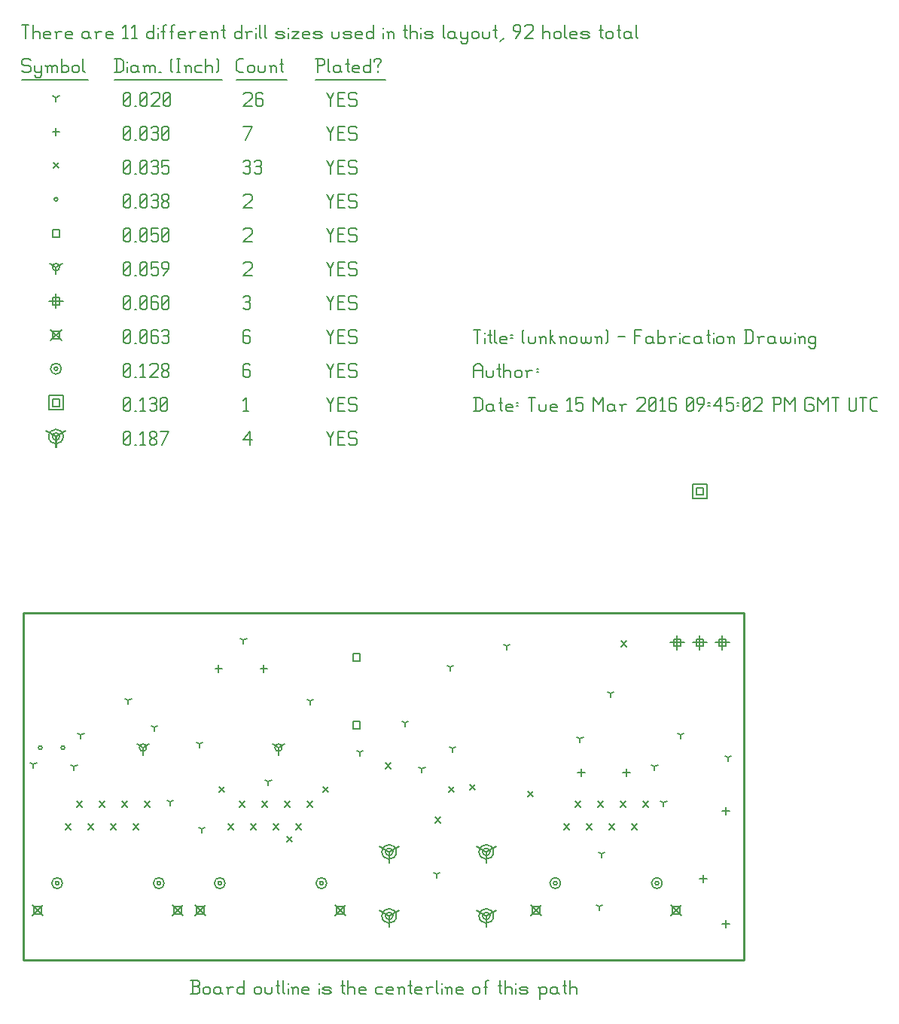
<source format=gbr>
G04 start of page 12 for group -3984 idx -3984 *
G04 Title: (unknown), fab *
G04 Creator: pcb 20140316 *
G04 CreationDate: Tue 15 Mar 2016 09:45:02 PM GMT UTC *
G04 For: commonadmin *
G04 Format: Gerber/RS-274X *
G04 PCB-Dimensions (mil): 3220.00 2260.00 *
G04 PCB-Coordinate-Origin: lower left *
%MOIN*%
%FSLAX25Y25*%
%LNFAB*%
%ADD124C,0.0100*%
%ADD123C,0.0075*%
%ADD122C,0.0060*%
%ADD121C,0.0001*%
%ADD120R,0.0080X0.0080*%
G54D120*X205500Y25000D02*Y20200D01*
G54D121*G36*
X204954Y25147D02*X209807Y27946D01*
X210206Y27253D01*
X205353Y24454D01*
X204954Y25147D01*
G37*
G36*
X205647Y24454D02*X200794Y27253D01*
X201193Y27946D01*
X206046Y25147D01*
X205647Y24454D01*
G37*
G54D120*X203900Y25000D02*G75*G03X207100Y25000I1600J0D01*G01*
G75*G03X203900Y25000I-1600J0D01*G01*
X202300D02*G75*G03X208700Y25000I3200J0D01*G01*
G75*G03X202300Y25000I-3200J0D01*G01*
X205500Y53346D02*Y48546D01*
G54D121*G36*
X204954Y53493D02*X209807Y56293D01*
X210206Y55600D01*
X205353Y52800D01*
X204954Y53493D01*
G37*
G36*
X205647Y52800D02*X200794Y55600D01*
X201193Y56293D01*
X206046Y53493D01*
X205647Y52800D01*
G37*
G54D120*X203900Y53346D02*G75*G03X207100Y53346I1600J0D01*G01*
G75*G03X203900Y53346I-1600J0D01*G01*
X202300D02*G75*G03X208700Y53346I3200J0D01*G01*
G75*G03X202300Y53346I-3200J0D01*G01*
X162500Y25000D02*Y20200D01*
G54D121*G36*
X161954Y25147D02*X166807Y27946D01*
X167206Y27253D01*
X162353Y24454D01*
X161954Y25147D01*
G37*
G36*
X162647Y24454D02*X157794Y27253D01*
X158193Y27946D01*
X163046Y25147D01*
X162647Y24454D01*
G37*
G54D120*X160900Y25000D02*G75*G03X164100Y25000I1600J0D01*G01*
G75*G03X160900Y25000I-1600J0D01*G01*
X159300D02*G75*G03X165700Y25000I3200J0D01*G01*
G75*G03X159300Y25000I-3200J0D01*G01*
X162500Y53346D02*Y48546D01*
G54D121*G36*
X161954Y53493D02*X166807Y56293D01*
X167206Y55600D01*
X162353Y52800D01*
X161954Y53493D01*
G37*
G36*
X162647Y52800D02*X157794Y55600D01*
X158193Y56293D01*
X163046Y53493D01*
X162647Y52800D01*
G37*
G54D120*X160900Y53346D02*G75*G03X164100Y53346I1600J0D01*G01*
G75*G03X160900Y53346I-1600J0D01*G01*
X159300D02*G75*G03X165700Y53346I3200J0D01*G01*
G75*G03X159300Y53346I-3200J0D01*G01*
X15000Y237250D02*Y232450D01*
G54D121*G36*
X14454Y237397D02*X19307Y240196D01*
X19706Y239503D01*
X14853Y236704D01*
X14454Y237397D01*
G37*
G36*
X15147Y236704D02*X10294Y239503D01*
X10693Y240196D01*
X15546Y237397D01*
X15147Y236704D01*
G37*
G54D120*X13400Y237250D02*G75*G03X16600Y237250I1600J0D01*G01*
G75*G03X13400Y237250I-1600J0D01*G01*
X11800D02*G75*G03X18200Y237250I3200J0D01*G01*
G75*G03X11800Y237250I-3200J0D01*G01*
G54D122*X135000Y239500D02*X136500Y236500D01*
X138000Y239500D01*
X136500Y236500D02*Y233500D01*
X139800Y236800D02*X142050D01*
X139800Y233500D02*X142800D01*
X139800Y239500D02*Y233500D01*
Y239500D02*X142800D01*
X147600D02*X148350Y238750D01*
X145350Y239500D02*X147600D01*
X144600Y238750D02*X145350Y239500D01*
X144600Y238750D02*Y237250D01*
X145350Y236500D01*
X147600D01*
X148350Y235750D01*
Y234250D01*
X147600Y233500D02*X148350Y234250D01*
X145350Y233500D02*X147600D01*
X144600Y234250D02*X145350Y233500D01*
X98000Y235750D02*X101000Y239500D01*
X98000Y235750D02*X101750D01*
X101000Y239500D02*Y233500D01*
X45000Y234250D02*X45750Y233500D01*
X45000Y238750D02*Y234250D01*
Y238750D02*X45750Y239500D01*
X47250D01*
X48000Y238750D01*
Y234250D01*
X47250Y233500D02*X48000Y234250D01*
X45750Y233500D02*X47250D01*
X45000Y235000D02*X48000Y238000D01*
X49800Y233500D02*X50550D01*
X52350Y238300D02*X53550Y239500D01*
Y233500D01*
X52350D02*X54600D01*
X56400Y234250D02*X57150Y233500D01*
X56400Y235450D02*Y234250D01*
Y235450D02*X57450Y236500D01*
X58350D01*
X59400Y235450D01*
Y234250D01*
X58650Y233500D02*X59400Y234250D01*
X57150Y233500D02*X58650D01*
X56400Y237550D02*X57450Y236500D01*
X56400Y238750D02*Y237550D01*
Y238750D02*X57150Y239500D01*
X58650D01*
X59400Y238750D01*
Y237550D01*
X58350Y236500D02*X59400Y237550D01*
X61950Y233500D02*X64950Y239500D01*
X61200D02*X64950D01*
X298400Y214600D02*X301600D01*
X298400D02*Y211400D01*
X301600D01*
Y214600D02*Y211400D01*
X296800Y216200D02*X303200D01*
X296800D02*Y209800D01*
X303200D01*
Y216200D02*Y209800D01*
X13400Y253850D02*X16600D01*
X13400D02*Y250650D01*
X16600D01*
Y253850D02*Y250650D01*
X11800Y255450D02*X18200D01*
X11800D02*Y249050D01*
X18200D01*
Y255450D02*Y249050D01*
X135000Y254500D02*X136500Y251500D01*
X138000Y254500D01*
X136500Y251500D02*Y248500D01*
X139800Y251800D02*X142050D01*
X139800Y248500D02*X142800D01*
X139800Y254500D02*Y248500D01*
Y254500D02*X142800D01*
X147600D02*X148350Y253750D01*
X145350Y254500D02*X147600D01*
X144600Y253750D02*X145350Y254500D01*
X144600Y253750D02*Y252250D01*
X145350Y251500D01*
X147600D01*
X148350Y250750D01*
Y249250D01*
X147600Y248500D02*X148350Y249250D01*
X145350Y248500D02*X147600D01*
X144600Y249250D02*X145350Y248500D01*
X98000Y253300D02*X99200Y254500D01*
Y248500D01*
X98000D02*X100250D01*
X45000Y249250D02*X45750Y248500D01*
X45000Y253750D02*Y249250D01*
Y253750D02*X45750Y254500D01*
X47250D01*
X48000Y253750D01*
Y249250D01*
X47250Y248500D02*X48000Y249250D01*
X45750Y248500D02*X47250D01*
X45000Y250000D02*X48000Y253000D01*
X49800Y248500D02*X50550D01*
X52350Y253300D02*X53550Y254500D01*
Y248500D01*
X52350D02*X54600D01*
X56400Y253750D02*X57150Y254500D01*
X58650D01*
X59400Y253750D01*
X58650Y248500D02*X59400Y249250D01*
X57150Y248500D02*X58650D01*
X56400Y249250D02*X57150Y248500D01*
Y251800D02*X58650D01*
X59400Y253750D02*Y252550D01*
Y251050D02*Y249250D01*
Y251050D02*X58650Y251800D01*
X59400Y252550D02*X58650Y251800D01*
X61200Y249250D02*X61950Y248500D01*
X61200Y253750D02*Y249250D01*
Y253750D02*X61950Y254500D01*
X63450D01*
X64200Y253750D01*
Y249250D01*
X63450Y248500D02*X64200Y249250D01*
X61950Y248500D02*X63450D01*
X61200Y250000D02*X64200Y253000D01*
X235243Y39508D02*G75*G03X236843Y39508I800J0D01*G01*
G75*G03X235243Y39508I-800J0D01*G01*
X233643D02*G75*G03X238443Y39508I2400J0D01*G01*
G75*G03X233643Y39508I-2400J0D01*G01*
X280243D02*G75*G03X281843Y39508I800J0D01*G01*
G75*G03X280243Y39508I-800J0D01*G01*
X278643D02*G75*G03X283443Y39508I2400J0D01*G01*
G75*G03X278643Y39508I-2400J0D01*G01*
X14700Y39500D02*G75*G03X16300Y39500I800J0D01*G01*
G75*G03X14700Y39500I-800J0D01*G01*
X13100D02*G75*G03X17900Y39500I2400J0D01*G01*
G75*G03X13100Y39500I-2400J0D01*G01*
X59700D02*G75*G03X61300Y39500I800J0D01*G01*
G75*G03X59700Y39500I-800J0D01*G01*
X58100D02*G75*G03X62900Y39500I2400J0D01*G01*
G75*G03X58100Y39500I-2400J0D01*G01*
X86700D02*G75*G03X88300Y39500I800J0D01*G01*
G75*G03X86700Y39500I-800J0D01*G01*
X85100D02*G75*G03X89900Y39500I2400J0D01*G01*
G75*G03X85100Y39500I-2400J0D01*G01*
X131700D02*G75*G03X133300Y39500I800J0D01*G01*
G75*G03X131700Y39500I-800J0D01*G01*
X130100D02*G75*G03X134900Y39500I2400J0D01*G01*
G75*G03X130100Y39500I-2400J0D01*G01*
X14200Y267250D02*G75*G03X15800Y267250I800J0D01*G01*
G75*G03X14200Y267250I-800J0D01*G01*
X12600D02*G75*G03X17400Y267250I2400J0D01*G01*
G75*G03X12600Y267250I-2400J0D01*G01*
X135000Y269500D02*X136500Y266500D01*
X138000Y269500D01*
X136500Y266500D02*Y263500D01*
X139800Y266800D02*X142050D01*
X139800Y263500D02*X142800D01*
X139800Y269500D02*Y263500D01*
Y269500D02*X142800D01*
X147600D02*X148350Y268750D01*
X145350Y269500D02*X147600D01*
X144600Y268750D02*X145350Y269500D01*
X144600Y268750D02*Y267250D01*
X145350Y266500D01*
X147600D01*
X148350Y265750D01*
Y264250D01*
X147600Y263500D02*X148350Y264250D01*
X145350Y263500D02*X147600D01*
X144600Y264250D02*X145350Y263500D01*
X100250Y269500D02*X101000Y268750D01*
X98750Y269500D02*X100250D01*
X98000Y268750D02*X98750Y269500D01*
X98000Y268750D02*Y264250D01*
X98750Y263500D01*
X100250Y266800D02*X101000Y266050D01*
X98000Y266800D02*X100250D01*
X98750Y263500D02*X100250D01*
X101000Y264250D01*
Y266050D02*Y264250D01*
X45000D02*X45750Y263500D01*
X45000Y268750D02*Y264250D01*
Y268750D02*X45750Y269500D01*
X47250D01*
X48000Y268750D01*
Y264250D01*
X47250Y263500D02*X48000Y264250D01*
X45750Y263500D02*X47250D01*
X45000Y265000D02*X48000Y268000D01*
X49800Y263500D02*X50550D01*
X52350Y268300D02*X53550Y269500D01*
Y263500D01*
X52350D02*X54600D01*
X56400Y268750D02*X57150Y269500D01*
X59400D01*
X60150Y268750D01*
Y267250D01*
X56400Y263500D02*X60150Y267250D01*
X56400Y263500D02*X60150D01*
X61950Y264250D02*X62700Y263500D01*
X61950Y265450D02*Y264250D01*
Y265450D02*X63000Y266500D01*
X63900D01*
X64950Y265450D01*
Y264250D01*
X64200Y263500D02*X64950Y264250D01*
X62700Y263500D02*X64200D01*
X61950Y267550D02*X63000Y266500D01*
X61950Y268750D02*Y267550D01*
Y268750D02*X62700Y269500D01*
X64200D01*
X64950Y268750D01*
Y267550D01*
X63900Y266500D02*X64950Y267550D01*
X225100Y29900D02*X229900Y25100D01*
X225100D02*X229900Y29900D01*
X225900Y29100D02*X229100D01*
X225900D02*Y25900D01*
X229100D01*
Y29100D02*Y25900D01*
X287108Y29900D02*X291908Y25100D01*
X287108D02*X291908Y29900D01*
X287908Y29100D02*X291108D01*
X287908D02*Y25900D01*
X291108D01*
Y29100D02*Y25900D01*
X4557Y29892D02*X9357Y25092D01*
X4557D02*X9357Y29892D01*
X5357Y29092D02*X8557D01*
X5357D02*Y25892D01*
X8557D01*
Y29092D02*Y25892D01*
X66565Y29892D02*X71365Y25092D01*
X66565D02*X71365Y29892D01*
X67365Y29092D02*X70565D01*
X67365D02*Y25892D01*
X70565D01*
Y29092D02*Y25892D01*
X76557Y29892D02*X81357Y25092D01*
X76557D02*X81357Y29892D01*
X77357Y29092D02*X80557D01*
X77357D02*Y25892D01*
X80557D01*
Y29092D02*Y25892D01*
X138565Y29892D02*X143365Y25092D01*
X138565D02*X143365Y29892D01*
X139365Y29092D02*X142565D01*
X139365D02*Y25892D01*
X142565D01*
Y29092D02*Y25892D01*
X12600Y284650D02*X17400Y279850D01*
X12600D02*X17400Y284650D01*
X13400Y283850D02*X16600D01*
X13400D02*Y280650D01*
X16600D01*
Y283850D02*Y280650D01*
X135000Y284500D02*X136500Y281500D01*
X138000Y284500D01*
X136500Y281500D02*Y278500D01*
X139800Y281800D02*X142050D01*
X139800Y278500D02*X142800D01*
X139800Y284500D02*Y278500D01*
Y284500D02*X142800D01*
X147600D02*X148350Y283750D01*
X145350Y284500D02*X147600D01*
X144600Y283750D02*X145350Y284500D01*
X144600Y283750D02*Y282250D01*
X145350Y281500D01*
X147600D01*
X148350Y280750D01*
Y279250D01*
X147600Y278500D02*X148350Y279250D01*
X145350Y278500D02*X147600D01*
X144600Y279250D02*X145350Y278500D01*
X100250Y284500D02*X101000Y283750D01*
X98750Y284500D02*X100250D01*
X98000Y283750D02*X98750Y284500D01*
X98000Y283750D02*Y279250D01*
X98750Y278500D01*
X100250Y281800D02*X101000Y281050D01*
X98000Y281800D02*X100250D01*
X98750Y278500D02*X100250D01*
X101000Y279250D01*
Y281050D02*Y279250D01*
X45000D02*X45750Y278500D01*
X45000Y283750D02*Y279250D01*
Y283750D02*X45750Y284500D01*
X47250D01*
X48000Y283750D01*
Y279250D01*
X47250Y278500D02*X48000Y279250D01*
X45750Y278500D02*X47250D01*
X45000Y280000D02*X48000Y283000D01*
X49800Y278500D02*X50550D01*
X52350Y279250D02*X53100Y278500D01*
X52350Y283750D02*Y279250D01*
Y283750D02*X53100Y284500D01*
X54600D01*
X55350Y283750D01*
Y279250D01*
X54600Y278500D02*X55350Y279250D01*
X53100Y278500D02*X54600D01*
X52350Y280000D02*X55350Y283000D01*
X59400Y284500D02*X60150Y283750D01*
X57900Y284500D02*X59400D01*
X57150Y283750D02*X57900Y284500D01*
X57150Y283750D02*Y279250D01*
X57900Y278500D01*
X59400Y281800D02*X60150Y281050D01*
X57150Y281800D02*X59400D01*
X57900Y278500D02*X59400D01*
X60150Y279250D01*
Y281050D02*Y279250D01*
X61950Y283750D02*X62700Y284500D01*
X64200D01*
X64950Y283750D01*
X64200Y278500D02*X64950Y279250D01*
X62700Y278500D02*X64200D01*
X61950Y279250D02*X62700Y278500D01*
Y281800D02*X64200D01*
X64950Y283750D02*Y282550D01*
Y281050D02*Y279250D01*
Y281050D02*X64200Y281800D01*
X64950Y282550D02*X64200Y281800D01*
X290000Y149200D02*Y142800D01*
X286800Y146000D02*X293200D01*
X288400Y147600D02*X291600D01*
X288400D02*Y144400D01*
X291600D01*
Y147600D02*Y144400D01*
X300000Y149200D02*Y142800D01*
X296800Y146000D02*X303200D01*
X298400Y147600D02*X301600D01*
X298400D02*Y144400D01*
X301600D01*
Y147600D02*Y144400D01*
X310000Y149200D02*Y142800D01*
X306800Y146000D02*X313200D01*
X308400Y147600D02*X311600D01*
X308400D02*Y144400D01*
X311600D01*
Y147600D02*Y144400D01*
X15000Y300450D02*Y294050D01*
X11800Y297250D02*X18200D01*
X13400Y298850D02*X16600D01*
X13400D02*Y295650D01*
X16600D01*
Y298850D02*Y295650D01*
X135000Y299500D02*X136500Y296500D01*
X138000Y299500D01*
X136500Y296500D02*Y293500D01*
X139800Y296800D02*X142050D01*
X139800Y293500D02*X142800D01*
X139800Y299500D02*Y293500D01*
Y299500D02*X142800D01*
X147600D02*X148350Y298750D01*
X145350Y299500D02*X147600D01*
X144600Y298750D02*X145350Y299500D01*
X144600Y298750D02*Y297250D01*
X145350Y296500D01*
X147600D01*
X148350Y295750D01*
Y294250D01*
X147600Y293500D02*X148350Y294250D01*
X145350Y293500D02*X147600D01*
X144600Y294250D02*X145350Y293500D01*
X98000Y298750D02*X98750Y299500D01*
X100250D01*
X101000Y298750D01*
X100250Y293500D02*X101000Y294250D01*
X98750Y293500D02*X100250D01*
X98000Y294250D02*X98750Y293500D01*
Y296800D02*X100250D01*
X101000Y298750D02*Y297550D01*
Y296050D02*Y294250D01*
Y296050D02*X100250Y296800D01*
X101000Y297550D02*X100250Y296800D01*
X45000Y294250D02*X45750Y293500D01*
X45000Y298750D02*Y294250D01*
Y298750D02*X45750Y299500D01*
X47250D01*
X48000Y298750D01*
Y294250D01*
X47250Y293500D02*X48000Y294250D01*
X45750Y293500D02*X47250D01*
X45000Y295000D02*X48000Y298000D01*
X49800Y293500D02*X50550D01*
X52350Y294250D02*X53100Y293500D01*
X52350Y298750D02*Y294250D01*
Y298750D02*X53100Y299500D01*
X54600D01*
X55350Y298750D01*
Y294250D01*
X54600Y293500D02*X55350Y294250D01*
X53100Y293500D02*X54600D01*
X52350Y295000D02*X55350Y298000D01*
X59400Y299500D02*X60150Y298750D01*
X57900Y299500D02*X59400D01*
X57150Y298750D02*X57900Y299500D01*
X57150Y298750D02*Y294250D01*
X57900Y293500D01*
X59400Y296800D02*X60150Y296050D01*
X57150Y296800D02*X59400D01*
X57900Y293500D02*X59400D01*
X60150Y294250D01*
Y296050D02*Y294250D01*
X61950D02*X62700Y293500D01*
X61950Y298750D02*Y294250D01*
Y298750D02*X62700Y299500D01*
X64200D01*
X64950Y298750D01*
Y294250D01*
X64200Y293500D02*X64950Y294250D01*
X62700Y293500D02*X64200D01*
X61950Y295000D02*X64950Y298000D01*
X53500Y99500D02*Y96300D01*
Y99500D02*X56273Y101100D01*
X53500Y99500D02*X50727Y101100D01*
X51900Y99500D02*G75*G03X55100Y99500I1600J0D01*G01*
G75*G03X51900Y99500I-1600J0D01*G01*
X113500D02*Y96300D01*
Y99500D02*X116273Y101100D01*
X113500Y99500D02*X110727Y101100D01*
X111900Y99500D02*G75*G03X115100Y99500I1600J0D01*G01*
G75*G03X111900Y99500I-1600J0D01*G01*
X15000Y312250D02*Y309050D01*
Y312250D02*X17773Y313850D01*
X15000Y312250D02*X12227Y313850D01*
X13400Y312250D02*G75*G03X16600Y312250I1600J0D01*G01*
G75*G03X13400Y312250I-1600J0D01*G01*
X135000Y314500D02*X136500Y311500D01*
X138000Y314500D01*
X136500Y311500D02*Y308500D01*
X139800Y311800D02*X142050D01*
X139800Y308500D02*X142800D01*
X139800Y314500D02*Y308500D01*
Y314500D02*X142800D01*
X147600D02*X148350Y313750D01*
X145350Y314500D02*X147600D01*
X144600Y313750D02*X145350Y314500D01*
X144600Y313750D02*Y312250D01*
X145350Y311500D01*
X147600D01*
X148350Y310750D01*
Y309250D01*
X147600Y308500D02*X148350Y309250D01*
X145350Y308500D02*X147600D01*
X144600Y309250D02*X145350Y308500D01*
X98000Y313750D02*X98750Y314500D01*
X101000D01*
X101750Y313750D01*
Y312250D01*
X98000Y308500D02*X101750Y312250D01*
X98000Y308500D02*X101750D01*
X45000Y309250D02*X45750Y308500D01*
X45000Y313750D02*Y309250D01*
Y313750D02*X45750Y314500D01*
X47250D01*
X48000Y313750D01*
Y309250D01*
X47250Y308500D02*X48000Y309250D01*
X45750Y308500D02*X47250D01*
X45000Y310000D02*X48000Y313000D01*
X49800Y308500D02*X50550D01*
X52350Y309250D02*X53100Y308500D01*
X52350Y313750D02*Y309250D01*
Y313750D02*X53100Y314500D01*
X54600D01*
X55350Y313750D01*
Y309250D01*
X54600Y308500D02*X55350Y309250D01*
X53100Y308500D02*X54600D01*
X52350Y310000D02*X55350Y313000D01*
X57150Y314500D02*X60150D01*
X57150D02*Y311500D01*
X57900Y312250D01*
X59400D01*
X60150Y311500D01*
Y309250D01*
X59400Y308500D02*X60150Y309250D01*
X57900Y308500D02*X59400D01*
X57150Y309250D02*X57900Y308500D01*
X62700D02*X64950Y311500D01*
Y313750D02*Y311500D01*
X64200Y314500D02*X64950Y313750D01*
X62700Y314500D02*X64200D01*
X61950Y313750D02*X62700Y314500D01*
X61950Y313750D02*Y312250D01*
X62700Y311500D01*
X64950D01*
X146400Y141100D02*X149600D01*
X146400D02*Y137900D01*
X149600D01*
Y141100D02*Y137900D01*
X146400Y111100D02*X149600D01*
X146400D02*Y107900D01*
X149600D01*
Y111100D02*Y107900D01*
X13400Y328850D02*X16600D01*
X13400D02*Y325650D01*
X16600D01*
Y328850D02*Y325650D01*
X135000Y329500D02*X136500Y326500D01*
X138000Y329500D01*
X136500Y326500D02*Y323500D01*
X139800Y326800D02*X142050D01*
X139800Y323500D02*X142800D01*
X139800Y329500D02*Y323500D01*
Y329500D02*X142800D01*
X147600D02*X148350Y328750D01*
X145350Y329500D02*X147600D01*
X144600Y328750D02*X145350Y329500D01*
X144600Y328750D02*Y327250D01*
X145350Y326500D01*
X147600D01*
X148350Y325750D01*
Y324250D01*
X147600Y323500D02*X148350Y324250D01*
X145350Y323500D02*X147600D01*
X144600Y324250D02*X145350Y323500D01*
X98000Y328750D02*X98750Y329500D01*
X101000D01*
X101750Y328750D01*
Y327250D01*
X98000Y323500D02*X101750Y327250D01*
X98000Y323500D02*X101750D01*
X45000Y324250D02*X45750Y323500D01*
X45000Y328750D02*Y324250D01*
Y328750D02*X45750Y329500D01*
X47250D01*
X48000Y328750D01*
Y324250D01*
X47250Y323500D02*X48000Y324250D01*
X45750Y323500D02*X47250D01*
X45000Y325000D02*X48000Y328000D01*
X49800Y323500D02*X50550D01*
X52350Y324250D02*X53100Y323500D01*
X52350Y328750D02*Y324250D01*
Y328750D02*X53100Y329500D01*
X54600D01*
X55350Y328750D01*
Y324250D01*
X54600Y323500D02*X55350Y324250D01*
X53100Y323500D02*X54600D01*
X52350Y325000D02*X55350Y328000D01*
X57150Y329500D02*X60150D01*
X57150D02*Y326500D01*
X57900Y327250D01*
X59400D01*
X60150Y326500D01*
Y324250D01*
X59400Y323500D02*X60150Y324250D01*
X57900Y323500D02*X59400D01*
X57150Y324250D02*X57900Y323500D01*
X61950Y324250D02*X62700Y323500D01*
X61950Y328750D02*Y324250D01*
Y328750D02*X62700Y329500D01*
X64200D01*
X64950Y328750D01*
Y324250D01*
X64200Y323500D02*X64950Y324250D01*
X62700Y323500D02*X64200D01*
X61950Y325000D02*X64950Y328000D01*
X17200Y99500D02*G75*G03X18800Y99500I800J0D01*G01*
G75*G03X17200Y99500I-800J0D01*G01*
X7200D02*G75*G03X8800Y99500I800J0D01*G01*
G75*G03X7200Y99500I-800J0D01*G01*
X14200Y342250D02*G75*G03X15800Y342250I800J0D01*G01*
G75*G03X14200Y342250I-800J0D01*G01*
X135000Y344500D02*X136500Y341500D01*
X138000Y344500D01*
X136500Y341500D02*Y338500D01*
X139800Y341800D02*X142050D01*
X139800Y338500D02*X142800D01*
X139800Y344500D02*Y338500D01*
Y344500D02*X142800D01*
X147600D02*X148350Y343750D01*
X145350Y344500D02*X147600D01*
X144600Y343750D02*X145350Y344500D01*
X144600Y343750D02*Y342250D01*
X145350Y341500D01*
X147600D01*
X148350Y340750D01*
Y339250D01*
X147600Y338500D02*X148350Y339250D01*
X145350Y338500D02*X147600D01*
X144600Y339250D02*X145350Y338500D01*
X98000Y343750D02*X98750Y344500D01*
X101000D01*
X101750Y343750D01*
Y342250D01*
X98000Y338500D02*X101750Y342250D01*
X98000Y338500D02*X101750D01*
X45000Y339250D02*X45750Y338500D01*
X45000Y343750D02*Y339250D01*
Y343750D02*X45750Y344500D01*
X47250D01*
X48000Y343750D01*
Y339250D01*
X47250Y338500D02*X48000Y339250D01*
X45750Y338500D02*X47250D01*
X45000Y340000D02*X48000Y343000D01*
X49800Y338500D02*X50550D01*
X52350Y339250D02*X53100Y338500D01*
X52350Y343750D02*Y339250D01*
Y343750D02*X53100Y344500D01*
X54600D01*
X55350Y343750D01*
Y339250D01*
X54600Y338500D02*X55350Y339250D01*
X53100Y338500D02*X54600D01*
X52350Y340000D02*X55350Y343000D01*
X57150Y343750D02*X57900Y344500D01*
X59400D01*
X60150Y343750D01*
X59400Y338500D02*X60150Y339250D01*
X57900Y338500D02*X59400D01*
X57150Y339250D02*X57900Y338500D01*
Y341800D02*X59400D01*
X60150Y343750D02*Y342550D01*
Y341050D02*Y339250D01*
Y341050D02*X59400Y341800D01*
X60150Y342550D02*X59400Y341800D01*
X61950Y339250D02*X62700Y338500D01*
X61950Y340450D02*Y339250D01*
Y340450D02*X63000Y341500D01*
X63900D01*
X64950Y340450D01*
Y339250D01*
X64200Y338500D02*X64950Y339250D01*
X62700Y338500D02*X64200D01*
X61950Y342550D02*X63000Y341500D01*
X61950Y343750D02*Y342550D01*
Y343750D02*X62700Y344500D01*
X64200D01*
X64950Y343750D01*
Y342550D01*
X63900Y341500D02*X64950Y342550D01*
X182800Y68700D02*X185200Y66300D01*
X182800D02*X185200Y68700D01*
X117300Y60200D02*X119700Y57800D01*
X117300D02*X119700Y60200D01*
X188800Y82200D02*X191200Y79800D01*
X188800D02*X191200Y82200D01*
X223800Y80200D02*X226200Y77800D01*
X223800D02*X226200Y80200D01*
X198300Y83200D02*X200700Y80800D01*
X198300D02*X200700Y83200D01*
X265300Y146700D02*X267700Y144300D01*
X265300D02*X267700Y146700D01*
X87300Y82200D02*X89700Y79800D01*
X87300D02*X89700Y82200D01*
X133300D02*X135700Y79800D01*
X133300D02*X135700Y82200D01*
X160800Y92700D02*X163200Y90300D01*
X160800D02*X163200Y92700D01*
X244843Y75708D02*X247243Y73308D01*
X244843D02*X247243Y75708D01*
X254843D02*X257243Y73308D01*
X254843D02*X257243Y75708D01*
X264843D02*X267243Y73308D01*
X264843D02*X267243Y75708D01*
X274843D02*X277243Y73308D01*
X274843D02*X277243Y75708D01*
X239843Y65708D02*X242243Y63308D01*
X239843D02*X242243Y65708D01*
X249843D02*X252243Y63308D01*
X249843D02*X252243Y65708D01*
X259843D02*X262243Y63308D01*
X259843D02*X262243Y65708D01*
X269843D02*X272243Y63308D01*
X269843D02*X272243Y65708D01*
X24300Y75700D02*X26700Y73300D01*
X24300D02*X26700Y75700D01*
X34300D02*X36700Y73300D01*
X34300D02*X36700Y75700D01*
X44300D02*X46700Y73300D01*
X44300D02*X46700Y75700D01*
X54300D02*X56700Y73300D01*
X54300D02*X56700Y75700D01*
X19300Y65700D02*X21700Y63300D01*
X19300D02*X21700Y65700D01*
X29300D02*X31700Y63300D01*
X29300D02*X31700Y65700D01*
X39300D02*X41700Y63300D01*
X39300D02*X41700Y65700D01*
X49300D02*X51700Y63300D01*
X49300D02*X51700Y65700D01*
X96300Y75700D02*X98700Y73300D01*
X96300D02*X98700Y75700D01*
X106300D02*X108700Y73300D01*
X106300D02*X108700Y75700D01*
X116300D02*X118700Y73300D01*
X116300D02*X118700Y75700D01*
X126300D02*X128700Y73300D01*
X126300D02*X128700Y75700D01*
X91300Y65700D02*X93700Y63300D01*
X91300D02*X93700Y65700D01*
X101300D02*X103700Y63300D01*
X101300D02*X103700Y65700D01*
X111300D02*X113700Y63300D01*
X111300D02*X113700Y65700D01*
X121300D02*X123700Y63300D01*
X121300D02*X123700Y65700D01*
X13800Y358450D02*X16200Y356050D01*
X13800D02*X16200Y358450D01*
X135000Y359500D02*X136500Y356500D01*
X138000Y359500D01*
X136500Y356500D02*Y353500D01*
X139800Y356800D02*X142050D01*
X139800Y353500D02*X142800D01*
X139800Y359500D02*Y353500D01*
Y359500D02*X142800D01*
X147600D02*X148350Y358750D01*
X145350Y359500D02*X147600D01*
X144600Y358750D02*X145350Y359500D01*
X144600Y358750D02*Y357250D01*
X145350Y356500D01*
X147600D01*
X148350Y355750D01*
Y354250D01*
X147600Y353500D02*X148350Y354250D01*
X145350Y353500D02*X147600D01*
X144600Y354250D02*X145350Y353500D01*
X98000Y358750D02*X98750Y359500D01*
X100250D01*
X101000Y358750D01*
X100250Y353500D02*X101000Y354250D01*
X98750Y353500D02*X100250D01*
X98000Y354250D02*X98750Y353500D01*
Y356800D02*X100250D01*
X101000Y358750D02*Y357550D01*
Y356050D02*Y354250D01*
Y356050D02*X100250Y356800D01*
X101000Y357550D02*X100250Y356800D01*
X102800Y358750D02*X103550Y359500D01*
X105050D01*
X105800Y358750D01*
X105050Y353500D02*X105800Y354250D01*
X103550Y353500D02*X105050D01*
X102800Y354250D02*X103550Y353500D01*
Y356800D02*X105050D01*
X105800Y358750D02*Y357550D01*
Y356050D02*Y354250D01*
Y356050D02*X105050Y356800D01*
X105800Y357550D02*X105050Y356800D01*
X45000Y354250D02*X45750Y353500D01*
X45000Y358750D02*Y354250D01*
Y358750D02*X45750Y359500D01*
X47250D01*
X48000Y358750D01*
Y354250D01*
X47250Y353500D02*X48000Y354250D01*
X45750Y353500D02*X47250D01*
X45000Y355000D02*X48000Y358000D01*
X49800Y353500D02*X50550D01*
X52350Y354250D02*X53100Y353500D01*
X52350Y358750D02*Y354250D01*
Y358750D02*X53100Y359500D01*
X54600D01*
X55350Y358750D01*
Y354250D01*
X54600Y353500D02*X55350Y354250D01*
X53100Y353500D02*X54600D01*
X52350Y355000D02*X55350Y358000D01*
X57150Y358750D02*X57900Y359500D01*
X59400D01*
X60150Y358750D01*
X59400Y353500D02*X60150Y354250D01*
X57900Y353500D02*X59400D01*
X57150Y354250D02*X57900Y353500D01*
Y356800D02*X59400D01*
X60150Y358750D02*Y357550D01*
Y356050D02*Y354250D01*
Y356050D02*X59400Y356800D01*
X60150Y357550D02*X59400Y356800D01*
X61950Y359500D02*X64950D01*
X61950D02*Y356500D01*
X62700Y357250D01*
X64200D01*
X64950Y356500D01*
Y354250D01*
X64200Y353500D02*X64950Y354250D01*
X62700Y353500D02*X64200D01*
X61950Y354250D02*X62700Y353500D01*
X247500Y90100D02*Y86900D01*
X245900Y88500D02*X249100D01*
X267500Y90100D02*Y86900D01*
X265900Y88500D02*X269100D01*
X311500Y73100D02*Y69900D01*
X309900Y71500D02*X313100D01*
X311500Y23100D02*Y19900D01*
X309900Y21500D02*X313100D01*
X301500Y43100D02*Y39900D01*
X299900Y41500D02*X303100D01*
X87000Y136100D02*Y132900D01*
X85400Y134500D02*X88600D01*
X107000Y136100D02*Y132900D01*
X105400Y134500D02*X108600D01*
X15000Y373850D02*Y370650D01*
X13400Y372250D02*X16600D01*
X135000Y374500D02*X136500Y371500D01*
X138000Y374500D01*
X136500Y371500D02*Y368500D01*
X139800Y371800D02*X142050D01*
X139800Y368500D02*X142800D01*
X139800Y374500D02*Y368500D01*
Y374500D02*X142800D01*
X147600D02*X148350Y373750D01*
X145350Y374500D02*X147600D01*
X144600Y373750D02*X145350Y374500D01*
X144600Y373750D02*Y372250D01*
X145350Y371500D01*
X147600D01*
X148350Y370750D01*
Y369250D01*
X147600Y368500D02*X148350Y369250D01*
X145350Y368500D02*X147600D01*
X144600Y369250D02*X145350Y368500D01*
X98750D02*X101750Y374500D01*
X98000D02*X101750D01*
X45000Y369250D02*X45750Y368500D01*
X45000Y373750D02*Y369250D01*
Y373750D02*X45750Y374500D01*
X47250D01*
X48000Y373750D01*
Y369250D01*
X47250Y368500D02*X48000Y369250D01*
X45750Y368500D02*X47250D01*
X45000Y370000D02*X48000Y373000D01*
X49800Y368500D02*X50550D01*
X52350Y369250D02*X53100Y368500D01*
X52350Y373750D02*Y369250D01*
Y373750D02*X53100Y374500D01*
X54600D01*
X55350Y373750D01*
Y369250D01*
X54600Y368500D02*X55350Y369250D01*
X53100Y368500D02*X54600D01*
X52350Y370000D02*X55350Y373000D01*
X57150Y373750D02*X57900Y374500D01*
X59400D01*
X60150Y373750D01*
X59400Y368500D02*X60150Y369250D01*
X57900Y368500D02*X59400D01*
X57150Y369250D02*X57900Y368500D01*
Y371800D02*X59400D01*
X60150Y373750D02*Y372550D01*
Y371050D02*Y369250D01*
Y371050D02*X59400Y371800D01*
X60150Y372550D02*X59400Y371800D01*
X61950Y369250D02*X62700Y368500D01*
X61950Y373750D02*Y369250D01*
Y373750D02*X62700Y374500D01*
X64200D01*
X64950Y373750D01*
Y369250D01*
X64200Y368500D02*X64950Y369250D01*
X62700Y368500D02*X64200D01*
X61950Y370000D02*X64950Y373000D01*
X5000Y92000D02*Y90400D01*
Y92000D02*X6387Y92800D01*
X5000Y92000D02*X3613Y92800D01*
X47000Y120500D02*Y118900D01*
Y120500D02*X48387Y121300D01*
X47000Y120500D02*X45613Y121300D01*
X26000Y105000D02*Y103400D01*
Y105000D02*X27387Y105800D01*
X26000Y105000D02*X24613Y105800D01*
X127500Y120000D02*Y118400D01*
Y120000D02*X128887Y120800D01*
X127500Y120000D02*X126113Y120800D01*
X260500Y123500D02*Y121900D01*
Y123500D02*X261887Y124300D01*
X260500Y123500D02*X259113Y124300D01*
X65500Y75500D02*Y73900D01*
Y75500D02*X66887Y76300D01*
X65500Y75500D02*X64113Y76300D01*
X79500Y63500D02*Y61900D01*
Y63500D02*X80887Y64300D01*
X79500Y63500D02*X78113Y64300D01*
X183500Y43500D02*Y41900D01*
Y43500D02*X184887Y44300D01*
X183500Y43500D02*X182113Y44300D01*
X256500Y52500D02*Y50900D01*
Y52500D02*X257887Y53300D01*
X256500Y52500D02*X255113Y53300D01*
X255500Y29000D02*Y27400D01*
Y29000D02*X256887Y29800D01*
X255500Y29000D02*X254113Y29800D01*
X280000Y91000D02*Y89400D01*
Y91000D02*X281387Y91800D01*
X280000Y91000D02*X278613Y91800D01*
X291500Y105000D02*Y103400D01*
Y105000D02*X292887Y105800D01*
X291500Y105000D02*X290113Y105800D01*
X312500Y95000D02*Y93400D01*
Y95000D02*X313887Y95800D01*
X312500Y95000D02*X311113Y95800D01*
X284000Y75000D02*Y73400D01*
Y75000D02*X285387Y75800D01*
X284000Y75000D02*X282613Y75800D01*
X23000Y91000D02*Y89400D01*
Y91000D02*X24387Y91800D01*
X23000Y91000D02*X21613Y91800D01*
X58500Y108500D02*Y106900D01*
Y108500D02*X59887Y109300D01*
X58500Y108500D02*X57113Y109300D01*
X78500Y101000D02*Y99400D01*
Y101000D02*X79887Y101800D01*
X78500Y101000D02*X77113Y101800D01*
X190500Y99028D02*Y97428D01*
Y99028D02*X191887Y99828D01*
X190500Y99028D02*X189113Y99828D01*
X109000Y84500D02*Y82900D01*
Y84500D02*X110387Y85300D01*
X109000Y84500D02*X107613Y85300D01*
X149500Y97500D02*Y95900D01*
Y97500D02*X150887Y98300D01*
X149500Y97500D02*X148113Y98300D01*
X169500Y110500D02*Y108900D01*
Y110500D02*X170887Y111300D01*
X169500Y110500D02*X168113Y111300D01*
X98000Y147000D02*Y145400D01*
Y147000D02*X99387Y147800D01*
X98000Y147000D02*X96613Y147800D01*
X189500Y135000D02*Y133400D01*
Y135000D02*X190887Y135800D01*
X189500Y135000D02*X188113Y135800D01*
X214500Y144500D02*Y142900D01*
Y144500D02*X215887Y145300D01*
X214500Y144500D02*X213113Y145300D01*
X247000Y103500D02*Y101900D01*
Y103500D02*X248387Y104300D01*
X247000Y103500D02*X245613Y104300D01*
X177000Y90000D02*Y88400D01*
Y90000D02*X178387Y90800D01*
X177000Y90000D02*X175613Y90800D01*
X15000Y387250D02*Y385650D01*
Y387250D02*X16387Y388050D01*
X15000Y387250D02*X13613Y388050D01*
X135000Y389500D02*X136500Y386500D01*
X138000Y389500D01*
X136500Y386500D02*Y383500D01*
X139800Y386800D02*X142050D01*
X139800Y383500D02*X142800D01*
X139800Y389500D02*Y383500D01*
Y389500D02*X142800D01*
X147600D02*X148350Y388750D01*
X145350Y389500D02*X147600D01*
X144600Y388750D02*X145350Y389500D01*
X144600Y388750D02*Y387250D01*
X145350Y386500D01*
X147600D01*
X148350Y385750D01*
Y384250D01*
X147600Y383500D02*X148350Y384250D01*
X145350Y383500D02*X147600D01*
X144600Y384250D02*X145350Y383500D01*
X98000Y388750D02*X98750Y389500D01*
X101000D01*
X101750Y388750D01*
Y387250D01*
X98000Y383500D02*X101750Y387250D01*
X98000Y383500D02*X101750D01*
X105800Y389500D02*X106550Y388750D01*
X104300Y389500D02*X105800D01*
X103550Y388750D02*X104300Y389500D01*
X103550Y388750D02*Y384250D01*
X104300Y383500D01*
X105800Y386800D02*X106550Y386050D01*
X103550Y386800D02*X105800D01*
X104300Y383500D02*X105800D01*
X106550Y384250D01*
Y386050D02*Y384250D01*
X45000D02*X45750Y383500D01*
X45000Y388750D02*Y384250D01*
Y388750D02*X45750Y389500D01*
X47250D01*
X48000Y388750D01*
Y384250D01*
X47250Y383500D02*X48000Y384250D01*
X45750Y383500D02*X47250D01*
X45000Y385000D02*X48000Y388000D01*
X49800Y383500D02*X50550D01*
X52350Y384250D02*X53100Y383500D01*
X52350Y388750D02*Y384250D01*
Y388750D02*X53100Y389500D01*
X54600D01*
X55350Y388750D01*
Y384250D01*
X54600Y383500D02*X55350Y384250D01*
X53100Y383500D02*X54600D01*
X52350Y385000D02*X55350Y388000D01*
X57150Y388750D02*X57900Y389500D01*
X60150D01*
X60900Y388750D01*
Y387250D01*
X57150Y383500D02*X60900Y387250D01*
X57150Y383500D02*X60900D01*
X62700Y384250D02*X63450Y383500D01*
X62700Y388750D02*Y384250D01*
Y388750D02*X63450Y389500D01*
X64950D01*
X65700Y388750D01*
Y384250D01*
X64950Y383500D02*X65700Y384250D01*
X63450Y383500D02*X64950D01*
X62700Y385000D02*X65700Y388000D01*
X3000Y404500D02*X3750Y403750D01*
X750Y404500D02*X3000D01*
X0Y403750D02*X750Y404500D01*
X0Y403750D02*Y402250D01*
X750Y401500D01*
X3000D01*
X3750Y400750D01*
Y399250D01*
X3000Y398500D02*X3750Y399250D01*
X750Y398500D02*X3000D01*
X0Y399250D02*X750Y398500D01*
X5550Y401500D02*Y399250D01*
X6300Y398500D01*
X8550Y401500D02*Y397000D01*
X7800Y396250D02*X8550Y397000D01*
X6300Y396250D02*X7800D01*
X5550Y397000D02*X6300Y396250D01*
Y398500D02*X7800D01*
X8550Y399250D01*
X11100Y400750D02*Y398500D01*
Y400750D02*X11850Y401500D01*
X12600D01*
X13350Y400750D01*
Y398500D01*
Y400750D02*X14100Y401500D01*
X14850D01*
X15600Y400750D01*
Y398500D01*
X10350Y401500D02*X11100Y400750D01*
X17400Y404500D02*Y398500D01*
Y399250D02*X18150Y398500D01*
X19650D01*
X20400Y399250D01*
Y400750D02*Y399250D01*
X19650Y401500D02*X20400Y400750D01*
X18150Y401500D02*X19650D01*
X17400Y400750D02*X18150Y401500D01*
X22200Y400750D02*Y399250D01*
Y400750D02*X22950Y401500D01*
X24450D01*
X25200Y400750D01*
Y399250D01*
X24450Y398500D02*X25200Y399250D01*
X22950Y398500D02*X24450D01*
X22200Y399250D02*X22950Y398500D01*
X27000Y404500D02*Y399250D01*
X27750Y398500D01*
X0Y395250D02*X29250D01*
X41750Y404500D02*Y398500D01*
X43700Y404500D02*X44750Y403450D01*
Y399550D01*
X43700Y398500D02*X44750Y399550D01*
X41000Y398500D02*X43700D01*
X41000Y404500D02*X43700D01*
G54D123*X46550Y403000D02*Y402850D01*
G54D122*Y400750D02*Y398500D01*
X50300Y401500D02*X51050Y400750D01*
X48800Y401500D02*X50300D01*
X48050Y400750D02*X48800Y401500D01*
X48050Y400750D02*Y399250D01*
X48800Y398500D01*
X51050Y401500D02*Y399250D01*
X51800Y398500D01*
X48800D02*X50300D01*
X51050Y399250D01*
X54350Y400750D02*Y398500D01*
Y400750D02*X55100Y401500D01*
X55850D01*
X56600Y400750D01*
Y398500D01*
Y400750D02*X57350Y401500D01*
X58100D01*
X58850Y400750D01*
Y398500D01*
X53600Y401500D02*X54350Y400750D01*
X60650Y398500D02*X61400D01*
X65900Y399250D02*X66650Y398500D01*
X65900Y403750D02*X66650Y404500D01*
X65900Y403750D02*Y399250D01*
X68450Y404500D02*X69950D01*
X69200D02*Y398500D01*
X68450D02*X69950D01*
X72500Y400750D02*Y398500D01*
Y400750D02*X73250Y401500D01*
X74000D01*
X74750Y400750D01*
Y398500D01*
X71750Y401500D02*X72500Y400750D01*
X77300Y401500D02*X79550D01*
X76550Y400750D02*X77300Y401500D01*
X76550Y400750D02*Y399250D01*
X77300Y398500D01*
X79550D01*
X81350Y404500D02*Y398500D01*
Y400750D02*X82100Y401500D01*
X83600D01*
X84350Y400750D01*
Y398500D01*
X86150Y404500D02*X86900Y403750D01*
Y399250D01*
X86150Y398500D02*X86900Y399250D01*
X41000Y395250D02*X88700D01*
X96050Y398500D02*X98000D01*
X95000Y399550D02*X96050Y398500D01*
X95000Y403450D02*Y399550D01*
Y403450D02*X96050Y404500D01*
X98000D01*
X99800Y400750D02*Y399250D01*
Y400750D02*X100550Y401500D01*
X102050D01*
X102800Y400750D01*
Y399250D01*
X102050Y398500D02*X102800Y399250D01*
X100550Y398500D02*X102050D01*
X99800Y399250D02*X100550Y398500D01*
X104600Y401500D02*Y399250D01*
X105350Y398500D01*
X106850D01*
X107600Y399250D01*
Y401500D02*Y399250D01*
X110150Y400750D02*Y398500D01*
Y400750D02*X110900Y401500D01*
X111650D01*
X112400Y400750D01*
Y398500D01*
X109400Y401500D02*X110150Y400750D01*
X114950Y404500D02*Y399250D01*
X115700Y398500D01*
X114200Y402250D02*X115700D01*
X95000Y395250D02*X117200D01*
X130750Y404500D02*Y398500D01*
X130000Y404500D02*X133000D01*
X133750Y403750D01*
Y402250D01*
X133000Y401500D02*X133750Y402250D01*
X130750Y401500D02*X133000D01*
X135550Y404500D02*Y399250D01*
X136300Y398500D01*
X140050Y401500D02*X140800Y400750D01*
X138550Y401500D02*X140050D01*
X137800Y400750D02*X138550Y401500D01*
X137800Y400750D02*Y399250D01*
X138550Y398500D01*
X140800Y401500D02*Y399250D01*
X141550Y398500D01*
X138550D02*X140050D01*
X140800Y399250D01*
X144100Y404500D02*Y399250D01*
X144850Y398500D01*
X143350Y402250D02*X144850D01*
X147100Y398500D02*X149350D01*
X146350Y399250D02*X147100Y398500D01*
X146350Y400750D02*Y399250D01*
Y400750D02*X147100Y401500D01*
X148600D01*
X149350Y400750D01*
X146350Y400000D02*X149350D01*
Y400750D02*Y400000D01*
X154150Y404500D02*Y398500D01*
X153400D02*X154150Y399250D01*
X151900Y398500D02*X153400D01*
X151150Y399250D02*X151900Y398500D01*
X151150Y400750D02*Y399250D01*
Y400750D02*X151900Y401500D01*
X153400D01*
X154150Y400750D01*
X157450Y401500D02*Y400750D01*
Y399250D02*Y398500D01*
X155950Y403750D02*Y403000D01*
Y403750D02*X156700Y404500D01*
X158200D01*
X158950Y403750D01*
Y403000D01*
X157450Y401500D02*X158950Y403000D01*
X130000Y395250D02*X160750D01*
X0Y419500D02*X3000D01*
X1500D02*Y413500D01*
X4800Y419500D02*Y413500D01*
Y415750D02*X5550Y416500D01*
X7050D01*
X7800Y415750D01*
Y413500D01*
X10350D02*X12600D01*
X9600Y414250D02*X10350Y413500D01*
X9600Y415750D02*Y414250D01*
Y415750D02*X10350Y416500D01*
X11850D01*
X12600Y415750D01*
X9600Y415000D02*X12600D01*
Y415750D02*Y415000D01*
X15150Y415750D02*Y413500D01*
Y415750D02*X15900Y416500D01*
X17400D01*
X14400D02*X15150Y415750D01*
X19950Y413500D02*X22200D01*
X19200Y414250D02*X19950Y413500D01*
X19200Y415750D02*Y414250D01*
Y415750D02*X19950Y416500D01*
X21450D01*
X22200Y415750D01*
X19200Y415000D02*X22200D01*
Y415750D02*Y415000D01*
X28950Y416500D02*X29700Y415750D01*
X27450Y416500D02*X28950D01*
X26700Y415750D02*X27450Y416500D01*
X26700Y415750D02*Y414250D01*
X27450Y413500D01*
X29700Y416500D02*Y414250D01*
X30450Y413500D01*
X27450D02*X28950D01*
X29700Y414250D01*
X33000Y415750D02*Y413500D01*
Y415750D02*X33750Y416500D01*
X35250D01*
X32250D02*X33000Y415750D01*
X37800Y413500D02*X40050D01*
X37050Y414250D02*X37800Y413500D01*
X37050Y415750D02*Y414250D01*
Y415750D02*X37800Y416500D01*
X39300D01*
X40050Y415750D01*
X37050Y415000D02*X40050D01*
Y415750D02*Y415000D01*
X44550Y418300D02*X45750Y419500D01*
Y413500D01*
X44550D02*X46800D01*
X48600Y418300D02*X49800Y419500D01*
Y413500D01*
X48600D02*X50850D01*
X58350Y419500D02*Y413500D01*
X57600D02*X58350Y414250D01*
X56100Y413500D02*X57600D01*
X55350Y414250D02*X56100Y413500D01*
X55350Y415750D02*Y414250D01*
Y415750D02*X56100Y416500D01*
X57600D01*
X58350Y415750D01*
G54D123*X60150Y418000D02*Y417850D01*
G54D122*Y415750D02*Y413500D01*
X62400Y418750D02*Y413500D01*
Y418750D02*X63150Y419500D01*
X63900D01*
X61650Y416500D02*X63150D01*
X66150Y418750D02*Y413500D01*
Y418750D02*X66900Y419500D01*
X67650D01*
X65400Y416500D02*X66900D01*
X69900Y413500D02*X72150D01*
X69150Y414250D02*X69900Y413500D01*
X69150Y415750D02*Y414250D01*
Y415750D02*X69900Y416500D01*
X71400D01*
X72150Y415750D01*
X69150Y415000D02*X72150D01*
Y415750D02*Y415000D01*
X74700Y415750D02*Y413500D01*
Y415750D02*X75450Y416500D01*
X76950D01*
X73950D02*X74700Y415750D01*
X79500Y413500D02*X81750D01*
X78750Y414250D02*X79500Y413500D01*
X78750Y415750D02*Y414250D01*
Y415750D02*X79500Y416500D01*
X81000D01*
X81750Y415750D01*
X78750Y415000D02*X81750D01*
Y415750D02*Y415000D01*
X84300Y415750D02*Y413500D01*
Y415750D02*X85050Y416500D01*
X85800D01*
X86550Y415750D01*
Y413500D01*
X83550Y416500D02*X84300Y415750D01*
X89100Y419500D02*Y414250D01*
X89850Y413500D01*
X88350Y417250D02*X89850D01*
X97050Y419500D02*Y413500D01*
X96300D02*X97050Y414250D01*
X94800Y413500D02*X96300D01*
X94050Y414250D02*X94800Y413500D01*
X94050Y415750D02*Y414250D01*
Y415750D02*X94800Y416500D01*
X96300D01*
X97050Y415750D01*
X99600D02*Y413500D01*
Y415750D02*X100350Y416500D01*
X101850D01*
X98850D02*X99600Y415750D01*
G54D123*X103650Y418000D02*Y417850D01*
G54D122*Y415750D02*Y413500D01*
X105150Y419500D02*Y414250D01*
X105900Y413500D01*
X107400Y419500D02*Y414250D01*
X108150Y413500D01*
X113100D02*X115350D01*
X116100Y414250D01*
X115350Y415000D02*X116100Y414250D01*
X113100Y415000D02*X115350D01*
X112350Y415750D02*X113100Y415000D01*
X112350Y415750D02*X113100Y416500D01*
X115350D01*
X116100Y415750D01*
X112350Y414250D02*X113100Y413500D01*
G54D123*X117900Y418000D02*Y417850D01*
G54D122*Y415750D02*Y413500D01*
X119400Y416500D02*X122400D01*
X119400Y413500D02*X122400Y416500D01*
X119400Y413500D02*X122400D01*
X124950D02*X127200D01*
X124200Y414250D02*X124950Y413500D01*
X124200Y415750D02*Y414250D01*
Y415750D02*X124950Y416500D01*
X126450D01*
X127200Y415750D01*
X124200Y415000D02*X127200D01*
Y415750D02*Y415000D01*
X129750Y413500D02*X132000D01*
X132750Y414250D01*
X132000Y415000D02*X132750Y414250D01*
X129750Y415000D02*X132000D01*
X129000Y415750D02*X129750Y415000D01*
X129000Y415750D02*X129750Y416500D01*
X132000D01*
X132750Y415750D01*
X129000Y414250D02*X129750Y413500D01*
X137250Y416500D02*Y414250D01*
X138000Y413500D01*
X139500D01*
X140250Y414250D01*
Y416500D02*Y414250D01*
X142800Y413500D02*X145050D01*
X145800Y414250D01*
X145050Y415000D02*X145800Y414250D01*
X142800Y415000D02*X145050D01*
X142050Y415750D02*X142800Y415000D01*
X142050Y415750D02*X142800Y416500D01*
X145050D01*
X145800Y415750D01*
X142050Y414250D02*X142800Y413500D01*
X148350D02*X150600D01*
X147600Y414250D02*X148350Y413500D01*
X147600Y415750D02*Y414250D01*
Y415750D02*X148350Y416500D01*
X149850D01*
X150600Y415750D01*
X147600Y415000D02*X150600D01*
Y415750D02*Y415000D01*
X155400Y419500D02*Y413500D01*
X154650D02*X155400Y414250D01*
X153150Y413500D02*X154650D01*
X152400Y414250D02*X153150Y413500D01*
X152400Y415750D02*Y414250D01*
Y415750D02*X153150Y416500D01*
X154650D01*
X155400Y415750D01*
G54D123*X159900Y418000D02*Y417850D01*
G54D122*Y415750D02*Y413500D01*
X162150Y415750D02*Y413500D01*
Y415750D02*X162900Y416500D01*
X163650D01*
X164400Y415750D01*
Y413500D01*
X161400Y416500D02*X162150Y415750D01*
X169650Y419500D02*Y414250D01*
X170400Y413500D01*
X168900Y417250D02*X170400D01*
X171900Y419500D02*Y413500D01*
Y415750D02*X172650Y416500D01*
X174150D01*
X174900Y415750D01*
Y413500D01*
G54D123*X176700Y418000D02*Y417850D01*
G54D122*Y415750D02*Y413500D01*
X178950D02*X181200D01*
X181950Y414250D01*
X181200Y415000D02*X181950Y414250D01*
X178950Y415000D02*X181200D01*
X178200Y415750D02*X178950Y415000D01*
X178200Y415750D02*X178950Y416500D01*
X181200D01*
X181950Y415750D01*
X178200Y414250D02*X178950Y413500D01*
X186450Y419500D02*Y414250D01*
X187200Y413500D01*
X190950Y416500D02*X191700Y415750D01*
X189450Y416500D02*X190950D01*
X188700Y415750D02*X189450Y416500D01*
X188700Y415750D02*Y414250D01*
X189450Y413500D01*
X191700Y416500D02*Y414250D01*
X192450Y413500D01*
X189450D02*X190950D01*
X191700Y414250D01*
X194250Y416500D02*Y414250D01*
X195000Y413500D01*
X197250Y416500D02*Y412000D01*
X196500Y411250D02*X197250Y412000D01*
X195000Y411250D02*X196500D01*
X194250Y412000D02*X195000Y411250D01*
Y413500D02*X196500D01*
X197250Y414250D01*
X199050Y415750D02*Y414250D01*
Y415750D02*X199800Y416500D01*
X201300D01*
X202050Y415750D01*
Y414250D01*
X201300Y413500D02*X202050Y414250D01*
X199800Y413500D02*X201300D01*
X199050Y414250D02*X199800Y413500D01*
X203850Y416500D02*Y414250D01*
X204600Y413500D01*
X206100D01*
X206850Y414250D01*
Y416500D02*Y414250D01*
X209400Y419500D02*Y414250D01*
X210150Y413500D01*
X208650Y417250D02*X210150D01*
X211650Y412000D02*X213150Y413500D01*
X218400D02*X220650Y416500D01*
Y418750D02*Y416500D01*
X219900Y419500D02*X220650Y418750D01*
X218400Y419500D02*X219900D01*
X217650Y418750D02*X218400Y419500D01*
X217650Y418750D02*Y417250D01*
X218400Y416500D01*
X220650D01*
X222450Y418750D02*X223200Y419500D01*
X225450D01*
X226200Y418750D01*
Y417250D01*
X222450Y413500D02*X226200Y417250D01*
X222450Y413500D02*X226200D01*
X230700Y419500D02*Y413500D01*
Y415750D02*X231450Y416500D01*
X232950D01*
X233700Y415750D01*
Y413500D01*
X235500Y415750D02*Y414250D01*
Y415750D02*X236250Y416500D01*
X237750D01*
X238500Y415750D01*
Y414250D01*
X237750Y413500D02*X238500Y414250D01*
X236250Y413500D02*X237750D01*
X235500Y414250D02*X236250Y413500D01*
X240300Y419500D02*Y414250D01*
X241050Y413500D01*
X243300D02*X245550D01*
X242550Y414250D02*X243300Y413500D01*
X242550Y415750D02*Y414250D01*
Y415750D02*X243300Y416500D01*
X244800D01*
X245550Y415750D01*
X242550Y415000D02*X245550D01*
Y415750D02*Y415000D01*
X248100Y413500D02*X250350D01*
X251100Y414250D01*
X250350Y415000D02*X251100Y414250D01*
X248100Y415000D02*X250350D01*
X247350Y415750D02*X248100Y415000D01*
X247350Y415750D02*X248100Y416500D01*
X250350D01*
X251100Y415750D01*
X247350Y414250D02*X248100Y413500D01*
X256350Y419500D02*Y414250D01*
X257100Y413500D01*
X255600Y417250D02*X257100D01*
X258600Y415750D02*Y414250D01*
Y415750D02*X259350Y416500D01*
X260850D01*
X261600Y415750D01*
Y414250D01*
X260850Y413500D02*X261600Y414250D01*
X259350Y413500D02*X260850D01*
X258600Y414250D02*X259350Y413500D01*
X264150Y419500D02*Y414250D01*
X264900Y413500D01*
X263400Y417250D02*X264900D01*
X268650Y416500D02*X269400Y415750D01*
X267150Y416500D02*X268650D01*
X266400Y415750D02*X267150Y416500D01*
X266400Y415750D02*Y414250D01*
X267150Y413500D01*
X269400Y416500D02*Y414250D01*
X270150Y413500D01*
X267150D02*X268650D01*
X269400Y414250D01*
X271950Y419500D02*Y414250D01*
X272700Y413500D01*
G54D124*X319500Y5500D02*Y11000D01*
X500Y5500D02*X319500D01*
Y159000D02*Y10000D01*
X500Y159000D02*X319500D01*
X500Y5500D02*Y159000D01*
G54D122*X74675Y-9500D02*X77675D01*
X78425Y-8750D01*
Y-6950D02*Y-8750D01*
X77675Y-6200D02*X78425Y-6950D01*
X75425Y-6200D02*X77675D01*
X75425Y-3500D02*Y-9500D01*
X74675Y-3500D02*X77675D01*
X78425Y-4250D01*
Y-5450D01*
X77675Y-6200D02*X78425Y-5450D01*
X80225Y-7250D02*Y-8750D01*
Y-7250D02*X80975Y-6500D01*
X82475D01*
X83225Y-7250D01*
Y-8750D01*
X82475Y-9500D02*X83225Y-8750D01*
X80975Y-9500D02*X82475D01*
X80225Y-8750D02*X80975Y-9500D01*
X87275Y-6500D02*X88025Y-7250D01*
X85775Y-6500D02*X87275D01*
X85025Y-7250D02*X85775Y-6500D01*
X85025Y-7250D02*Y-8750D01*
X85775Y-9500D01*
X88025Y-6500D02*Y-8750D01*
X88775Y-9500D01*
X85775D02*X87275D01*
X88025Y-8750D01*
X91325Y-7250D02*Y-9500D01*
Y-7250D02*X92075Y-6500D01*
X93575D01*
X90575D02*X91325Y-7250D01*
X98375Y-3500D02*Y-9500D01*
X97625D02*X98375Y-8750D01*
X96125Y-9500D02*X97625D01*
X95375Y-8750D02*X96125Y-9500D01*
X95375Y-7250D02*Y-8750D01*
Y-7250D02*X96125Y-6500D01*
X97625D01*
X98375Y-7250D01*
X102875D02*Y-8750D01*
Y-7250D02*X103625Y-6500D01*
X105125D01*
X105875Y-7250D01*
Y-8750D01*
X105125Y-9500D02*X105875Y-8750D01*
X103625Y-9500D02*X105125D01*
X102875Y-8750D02*X103625Y-9500D01*
X107675Y-6500D02*Y-8750D01*
X108425Y-9500D01*
X109925D01*
X110675Y-8750D01*
Y-6500D02*Y-8750D01*
X113225Y-3500D02*Y-8750D01*
X113975Y-9500D01*
X112475Y-5750D02*X113975D01*
X115475Y-3500D02*Y-8750D01*
X116225Y-9500D01*
G54D123*X117725Y-5000D02*Y-5150D01*
G54D122*Y-7250D02*Y-9500D01*
X119975Y-7250D02*Y-9500D01*
Y-7250D02*X120725Y-6500D01*
X121475D01*
X122225Y-7250D01*
Y-9500D01*
X119225Y-6500D02*X119975Y-7250D01*
X124775Y-9500D02*X127025D01*
X124025Y-8750D02*X124775Y-9500D01*
X124025Y-7250D02*Y-8750D01*
Y-7250D02*X124775Y-6500D01*
X126275D01*
X127025Y-7250D01*
X124025Y-8000D02*X127025D01*
Y-7250D02*Y-8000D01*
G54D123*X131525Y-5000D02*Y-5150D01*
G54D122*Y-7250D02*Y-9500D01*
X133775D02*X136025D01*
X136775Y-8750D01*
X136025Y-8000D02*X136775Y-8750D01*
X133775Y-8000D02*X136025D01*
X133025Y-7250D02*X133775Y-8000D01*
X133025Y-7250D02*X133775Y-6500D01*
X136025D01*
X136775Y-7250D01*
X133025Y-8750D02*X133775Y-9500D01*
X142025Y-3500D02*Y-8750D01*
X142775Y-9500D01*
X141275Y-5750D02*X142775D01*
X144275Y-3500D02*Y-9500D01*
Y-7250D02*X145025Y-6500D01*
X146525D01*
X147275Y-7250D01*
Y-9500D01*
X149825D02*X152075D01*
X149075Y-8750D02*X149825Y-9500D01*
X149075Y-7250D02*Y-8750D01*
Y-7250D02*X149825Y-6500D01*
X151325D01*
X152075Y-7250D01*
X149075Y-8000D02*X152075D01*
Y-7250D02*Y-8000D01*
X157325Y-6500D02*X159575D01*
X156575Y-7250D02*X157325Y-6500D01*
X156575Y-7250D02*Y-8750D01*
X157325Y-9500D01*
X159575D01*
X162125D02*X164375D01*
X161375Y-8750D02*X162125Y-9500D01*
X161375Y-7250D02*Y-8750D01*
Y-7250D02*X162125Y-6500D01*
X163625D01*
X164375Y-7250D01*
X161375Y-8000D02*X164375D01*
Y-7250D02*Y-8000D01*
X166925Y-7250D02*Y-9500D01*
Y-7250D02*X167675Y-6500D01*
X168425D01*
X169175Y-7250D01*
Y-9500D01*
X166175Y-6500D02*X166925Y-7250D01*
X171725Y-3500D02*Y-8750D01*
X172475Y-9500D01*
X170975Y-5750D02*X172475D01*
X174725Y-9500D02*X176975D01*
X173975Y-8750D02*X174725Y-9500D01*
X173975Y-7250D02*Y-8750D01*
Y-7250D02*X174725Y-6500D01*
X176225D01*
X176975Y-7250D01*
X173975Y-8000D02*X176975D01*
Y-7250D02*Y-8000D01*
X179525Y-7250D02*Y-9500D01*
Y-7250D02*X180275Y-6500D01*
X181775D01*
X178775D02*X179525Y-7250D01*
X183575Y-3500D02*Y-8750D01*
X184325Y-9500D01*
G54D123*X185825Y-5000D02*Y-5150D01*
G54D122*Y-7250D02*Y-9500D01*
X188075Y-7250D02*Y-9500D01*
Y-7250D02*X188825Y-6500D01*
X189575D01*
X190325Y-7250D01*
Y-9500D01*
X187325Y-6500D02*X188075Y-7250D01*
X192875Y-9500D02*X195125D01*
X192125Y-8750D02*X192875Y-9500D01*
X192125Y-7250D02*Y-8750D01*
Y-7250D02*X192875Y-6500D01*
X194375D01*
X195125Y-7250D01*
X192125Y-8000D02*X195125D01*
Y-7250D02*Y-8000D01*
X199625Y-7250D02*Y-8750D01*
Y-7250D02*X200375Y-6500D01*
X201875D01*
X202625Y-7250D01*
Y-8750D01*
X201875Y-9500D02*X202625Y-8750D01*
X200375Y-9500D02*X201875D01*
X199625Y-8750D02*X200375Y-9500D01*
X205175Y-4250D02*Y-9500D01*
Y-4250D02*X205925Y-3500D01*
X206675D01*
X204425Y-6500D02*X205925D01*
X211625Y-3500D02*Y-8750D01*
X212375Y-9500D01*
X210875Y-5750D02*X212375D01*
X213875Y-3500D02*Y-9500D01*
Y-7250D02*X214625Y-6500D01*
X216125D01*
X216875Y-7250D01*
Y-9500D01*
G54D123*X218675Y-5000D02*Y-5150D01*
G54D122*Y-7250D02*Y-9500D01*
X220925D02*X223175D01*
X223925Y-8750D01*
X223175Y-8000D02*X223925Y-8750D01*
X220925Y-8000D02*X223175D01*
X220175Y-7250D02*X220925Y-8000D01*
X220175Y-7250D02*X220925Y-6500D01*
X223175D01*
X223925Y-7250D01*
X220175Y-8750D02*X220925Y-9500D01*
X229175Y-7250D02*Y-11750D01*
X228425Y-6500D02*X229175Y-7250D01*
X229925Y-6500D01*
X231425D01*
X232175Y-7250D01*
Y-8750D01*
X231425Y-9500D02*X232175Y-8750D01*
X229925Y-9500D02*X231425D01*
X229175Y-8750D02*X229925Y-9500D01*
X236225Y-6500D02*X236975Y-7250D01*
X234725Y-6500D02*X236225D01*
X233975Y-7250D02*X234725Y-6500D01*
X233975Y-7250D02*Y-8750D01*
X234725Y-9500D01*
X236975Y-6500D02*Y-8750D01*
X237725Y-9500D01*
X234725D02*X236225D01*
X236975Y-8750D01*
X240275Y-3500D02*Y-8750D01*
X241025Y-9500D01*
X239525Y-5750D02*X241025D01*
X242525Y-3500D02*Y-9500D01*
Y-7250D02*X243275Y-6500D01*
X244775D01*
X245525Y-7250D01*
Y-9500D01*
X200750Y254500D02*Y248500D01*
X202700Y254500D02*X203750Y253450D01*
Y249550D01*
X202700Y248500D02*X203750Y249550D01*
X200000Y248500D02*X202700D01*
X200000Y254500D02*X202700D01*
X207800Y251500D02*X208550Y250750D01*
X206300Y251500D02*X207800D01*
X205550Y250750D02*X206300Y251500D01*
X205550Y250750D02*Y249250D01*
X206300Y248500D01*
X208550Y251500D02*Y249250D01*
X209300Y248500D01*
X206300D02*X207800D01*
X208550Y249250D01*
X211850Y254500D02*Y249250D01*
X212600Y248500D01*
X211100Y252250D02*X212600D01*
X214850Y248500D02*X217100D01*
X214100Y249250D02*X214850Y248500D01*
X214100Y250750D02*Y249250D01*
Y250750D02*X214850Y251500D01*
X216350D01*
X217100Y250750D01*
X214100Y250000D02*X217100D01*
Y250750D02*Y250000D01*
X218900Y252250D02*X219650D01*
X218900Y250750D02*X219650D01*
X224150Y254500D02*X227150D01*
X225650D02*Y248500D01*
X228950Y251500D02*Y249250D01*
X229700Y248500D01*
X231200D01*
X231950Y249250D01*
Y251500D02*Y249250D01*
X234500Y248500D02*X236750D01*
X233750Y249250D02*X234500Y248500D01*
X233750Y250750D02*Y249250D01*
Y250750D02*X234500Y251500D01*
X236000D01*
X236750Y250750D01*
X233750Y250000D02*X236750D01*
Y250750D02*Y250000D01*
X241250Y253300D02*X242450Y254500D01*
Y248500D01*
X241250D02*X243500D01*
X245300Y254500D02*X248300D01*
X245300D02*Y251500D01*
X246050Y252250D01*
X247550D01*
X248300Y251500D01*
Y249250D01*
X247550Y248500D02*X248300Y249250D01*
X246050Y248500D02*X247550D01*
X245300Y249250D02*X246050Y248500D01*
X252800Y254500D02*Y248500D01*
Y254500D02*X255050Y251500D01*
X257300Y254500D01*
Y248500D01*
X261350Y251500D02*X262100Y250750D01*
X259850Y251500D02*X261350D01*
X259100Y250750D02*X259850Y251500D01*
X259100Y250750D02*Y249250D01*
X259850Y248500D01*
X262100Y251500D02*Y249250D01*
X262850Y248500D01*
X259850D02*X261350D01*
X262100Y249250D01*
X265400Y250750D02*Y248500D01*
Y250750D02*X266150Y251500D01*
X267650D01*
X264650D02*X265400Y250750D01*
X272150Y253750D02*X272900Y254500D01*
X275150D01*
X275900Y253750D01*
Y252250D01*
X272150Y248500D02*X275900Y252250D01*
X272150Y248500D02*X275900D01*
X277700Y249250D02*X278450Y248500D01*
X277700Y253750D02*Y249250D01*
Y253750D02*X278450Y254500D01*
X279950D01*
X280700Y253750D01*
Y249250D01*
X279950Y248500D02*X280700Y249250D01*
X278450Y248500D02*X279950D01*
X277700Y250000D02*X280700Y253000D01*
X282500Y253300D02*X283700Y254500D01*
Y248500D01*
X282500D02*X284750D01*
X288800Y254500D02*X289550Y253750D01*
X287300Y254500D02*X288800D01*
X286550Y253750D02*X287300Y254500D01*
X286550Y253750D02*Y249250D01*
X287300Y248500D01*
X288800Y251800D02*X289550Y251050D01*
X286550Y251800D02*X288800D01*
X287300Y248500D02*X288800D01*
X289550Y249250D01*
Y251050D02*Y249250D01*
X294050D02*X294800Y248500D01*
X294050Y253750D02*Y249250D01*
Y253750D02*X294800Y254500D01*
X296300D01*
X297050Y253750D01*
Y249250D01*
X296300Y248500D02*X297050Y249250D01*
X294800Y248500D02*X296300D01*
X294050Y250000D02*X297050Y253000D01*
X299600Y248500D02*X301850Y251500D01*
Y253750D02*Y251500D01*
X301100Y254500D02*X301850Y253750D01*
X299600Y254500D02*X301100D01*
X298850Y253750D02*X299600Y254500D01*
X298850Y253750D02*Y252250D01*
X299600Y251500D01*
X301850D01*
X303650Y252250D02*X304400D01*
X303650Y250750D02*X304400D01*
X306200D02*X309200Y254500D01*
X306200Y250750D02*X309950D01*
X309200Y254500D02*Y248500D01*
X311750Y254500D02*X314750D01*
X311750D02*Y251500D01*
X312500Y252250D01*
X314000D01*
X314750Y251500D01*
Y249250D01*
X314000Y248500D02*X314750Y249250D01*
X312500Y248500D02*X314000D01*
X311750Y249250D02*X312500Y248500D01*
X316550Y252250D02*X317300D01*
X316550Y250750D02*X317300D01*
X319100Y249250D02*X319850Y248500D01*
X319100Y253750D02*Y249250D01*
Y253750D02*X319850Y254500D01*
X321350D01*
X322100Y253750D01*
Y249250D01*
X321350Y248500D02*X322100Y249250D01*
X319850Y248500D02*X321350D01*
X319100Y250000D02*X322100Y253000D01*
X323900Y253750D02*X324650Y254500D01*
X326900D01*
X327650Y253750D01*
Y252250D01*
X323900Y248500D02*X327650Y252250D01*
X323900Y248500D02*X327650D01*
X332900Y254500D02*Y248500D01*
X332150Y254500D02*X335150D01*
X335900Y253750D01*
Y252250D01*
X335150Y251500D02*X335900Y252250D01*
X332900Y251500D02*X335150D01*
X337700Y254500D02*Y248500D01*
Y254500D02*X339950Y251500D01*
X342200Y254500D01*
Y248500D01*
X349700Y254500D02*X350450Y253750D01*
X347450Y254500D02*X349700D01*
X346700Y253750D02*X347450Y254500D01*
X346700Y253750D02*Y249250D01*
X347450Y248500D01*
X349700D01*
X350450Y249250D01*
Y250750D02*Y249250D01*
X349700Y251500D02*X350450Y250750D01*
X348200Y251500D02*X349700D01*
X352250Y254500D02*Y248500D01*
Y254500D02*X354500Y251500D01*
X356750Y254500D01*
Y248500D01*
X358550Y254500D02*X361550D01*
X360050D02*Y248500D01*
X366050Y254500D02*Y249250D01*
X366800Y248500D01*
X368300D01*
X369050Y249250D01*
Y254500D02*Y249250D01*
X370850Y254500D02*X373850D01*
X372350D02*Y248500D01*
X376700D02*X378650D01*
X375650Y249550D02*X376700Y248500D01*
X375650Y253450D02*Y249550D01*
Y253450D02*X376700Y254500D01*
X378650D01*
X200000Y268000D02*Y263500D01*
Y268000D02*X201050Y269500D01*
X202700D01*
X203750Y268000D01*
Y263500D01*
X200000Y266500D02*X203750D01*
X205550D02*Y264250D01*
X206300Y263500D01*
X207800D01*
X208550Y264250D01*
Y266500D02*Y264250D01*
X211100Y269500D02*Y264250D01*
X211850Y263500D01*
X210350Y267250D02*X211850D01*
X213350Y269500D02*Y263500D01*
Y265750D02*X214100Y266500D01*
X215600D01*
X216350Y265750D01*
Y263500D01*
X218150Y265750D02*Y264250D01*
Y265750D02*X218900Y266500D01*
X220400D01*
X221150Y265750D01*
Y264250D01*
X220400Y263500D02*X221150Y264250D01*
X218900Y263500D02*X220400D01*
X218150Y264250D02*X218900Y263500D01*
X223700Y265750D02*Y263500D01*
Y265750D02*X224450Y266500D01*
X225950D01*
X222950D02*X223700Y265750D01*
X227750Y267250D02*X228500D01*
X227750Y265750D02*X228500D01*
X200000Y284500D02*X203000D01*
X201500D02*Y278500D01*
G54D123*X204800Y283000D02*Y282850D01*
G54D122*Y280750D02*Y278500D01*
X207050Y284500D02*Y279250D01*
X207800Y278500D01*
X206300Y282250D02*X207800D01*
X209300Y284500D02*Y279250D01*
X210050Y278500D01*
X212300D02*X214550D01*
X211550Y279250D02*X212300Y278500D01*
X211550Y280750D02*Y279250D01*
Y280750D02*X212300Y281500D01*
X213800D01*
X214550Y280750D01*
X211550Y280000D02*X214550D01*
Y280750D02*Y280000D01*
X216350Y282250D02*X217100D01*
X216350Y280750D02*X217100D01*
X221600Y279250D02*X222350Y278500D01*
X221600Y283750D02*X222350Y284500D01*
X221600Y283750D02*Y279250D01*
X224150Y281500D02*Y279250D01*
X224900Y278500D01*
X226400D01*
X227150Y279250D01*
Y281500D02*Y279250D01*
X229700Y280750D02*Y278500D01*
Y280750D02*X230450Y281500D01*
X231200D01*
X231950Y280750D01*
Y278500D01*
X228950Y281500D02*X229700Y280750D01*
X233750Y284500D02*Y278500D01*
Y280750D02*X236000Y278500D01*
X233750Y280750D02*X235250Y282250D01*
X238550Y280750D02*Y278500D01*
Y280750D02*X239300Y281500D01*
X240050D01*
X240800Y280750D01*
Y278500D01*
X237800Y281500D02*X238550Y280750D01*
X242600D02*Y279250D01*
Y280750D02*X243350Y281500D01*
X244850D01*
X245600Y280750D01*
Y279250D01*
X244850Y278500D02*X245600Y279250D01*
X243350Y278500D02*X244850D01*
X242600Y279250D02*X243350Y278500D01*
X247400Y281500D02*Y279250D01*
X248150Y278500D01*
X248900D01*
X249650Y279250D01*
Y281500D02*Y279250D01*
X250400Y278500D01*
X251150D01*
X251900Y279250D01*
Y281500D02*Y279250D01*
X254450Y280750D02*Y278500D01*
Y280750D02*X255200Y281500D01*
X255950D01*
X256700Y280750D01*
Y278500D01*
X253700Y281500D02*X254450Y280750D01*
X258500Y284500D02*X259250Y283750D01*
Y279250D01*
X258500Y278500D02*X259250Y279250D01*
X263750Y281500D02*X266750D01*
X271250Y284500D02*Y278500D01*
Y284500D02*X274250D01*
X271250Y281800D02*X273500D01*
X278300Y281500D02*X279050Y280750D01*
X276800Y281500D02*X278300D01*
X276050Y280750D02*X276800Y281500D01*
X276050Y280750D02*Y279250D01*
X276800Y278500D01*
X279050Y281500D02*Y279250D01*
X279800Y278500D01*
X276800D02*X278300D01*
X279050Y279250D01*
X281600Y284500D02*Y278500D01*
Y279250D02*X282350Y278500D01*
X283850D01*
X284600Y279250D01*
Y280750D02*Y279250D01*
X283850Y281500D02*X284600Y280750D01*
X282350Y281500D02*X283850D01*
X281600Y280750D02*X282350Y281500D01*
X287150Y280750D02*Y278500D01*
Y280750D02*X287900Y281500D01*
X289400D01*
X286400D02*X287150Y280750D01*
G54D123*X291200Y283000D02*Y282850D01*
G54D122*Y280750D02*Y278500D01*
X293450Y281500D02*X295700D01*
X292700Y280750D02*X293450Y281500D01*
X292700Y280750D02*Y279250D01*
X293450Y278500D01*
X295700D01*
X299750Y281500D02*X300500Y280750D01*
X298250Y281500D02*X299750D01*
X297500Y280750D02*X298250Y281500D01*
X297500Y280750D02*Y279250D01*
X298250Y278500D01*
X300500Y281500D02*Y279250D01*
X301250Y278500D01*
X298250D02*X299750D01*
X300500Y279250D01*
X303800Y284500D02*Y279250D01*
X304550Y278500D01*
X303050Y282250D02*X304550D01*
G54D123*X306050Y283000D02*Y282850D01*
G54D122*Y280750D02*Y278500D01*
X307550Y280750D02*Y279250D01*
Y280750D02*X308300Y281500D01*
X309800D01*
X310550Y280750D01*
Y279250D01*
X309800Y278500D02*X310550Y279250D01*
X308300Y278500D02*X309800D01*
X307550Y279250D02*X308300Y278500D01*
X313100Y280750D02*Y278500D01*
Y280750D02*X313850Y281500D01*
X314600D01*
X315350Y280750D01*
Y278500D01*
X312350Y281500D02*X313100Y280750D01*
X320600Y284500D02*Y278500D01*
X322550Y284500D02*X323600Y283450D01*
Y279550D01*
X322550Y278500D02*X323600Y279550D01*
X319850Y278500D02*X322550D01*
X319850Y284500D02*X322550D01*
X326150Y280750D02*Y278500D01*
Y280750D02*X326900Y281500D01*
X328400D01*
X325400D02*X326150Y280750D01*
X332450Y281500D02*X333200Y280750D01*
X330950Y281500D02*X332450D01*
X330200Y280750D02*X330950Y281500D01*
X330200Y280750D02*Y279250D01*
X330950Y278500D01*
X333200Y281500D02*Y279250D01*
X333950Y278500D01*
X330950D02*X332450D01*
X333200Y279250D01*
X335750Y281500D02*Y279250D01*
X336500Y278500D01*
X337250D01*
X338000Y279250D01*
Y281500D02*Y279250D01*
X338750Y278500D01*
X339500D01*
X340250Y279250D01*
Y281500D02*Y279250D01*
G54D123*X342050Y283000D02*Y282850D01*
G54D122*Y280750D02*Y278500D01*
X344300Y280750D02*Y278500D01*
Y280750D02*X345050Y281500D01*
X345800D01*
X346550Y280750D01*
Y278500D01*
X343550Y281500D02*X344300Y280750D01*
X350600Y281500D02*X351350Y280750D01*
X349100Y281500D02*X350600D01*
X348350Y280750D02*X349100Y281500D01*
X348350Y280750D02*Y279250D01*
X349100Y278500D01*
X350600D01*
X351350Y279250D01*
X348350Y277000D02*X349100Y276250D01*
X350600D01*
X351350Y277000D01*
Y281500D02*Y277000D01*
M02*

</source>
